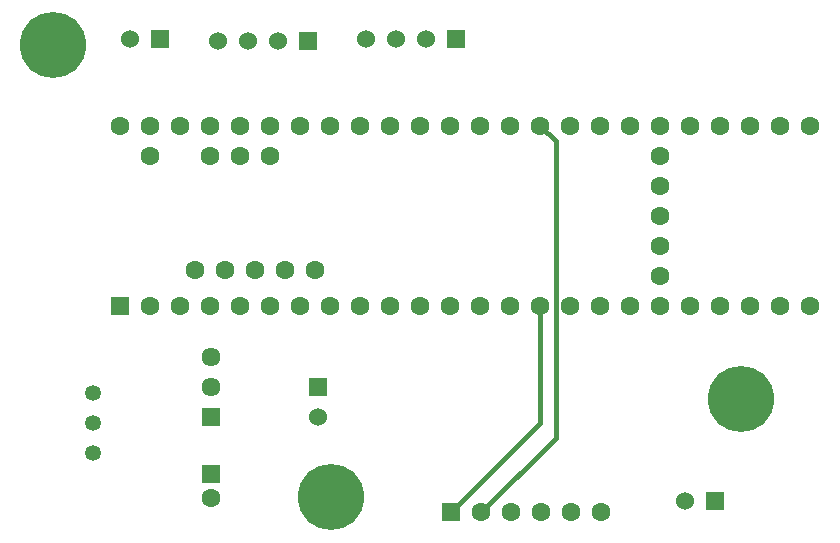
<source format=gbr>
%TF.GenerationSoftware,KiCad,Pcbnew,8.0.2*%
%TF.CreationDate,2024-06-16T16:36:44+02:00*%
%TF.ProjectId,Screen Control,53637265-656e-4204-936f-6e74726f6c2e,rev?*%
%TF.SameCoordinates,Original*%
%TF.FileFunction,Copper,L2,Bot*%
%TF.FilePolarity,Positive*%
%FSLAX46Y46*%
G04 Gerber Fmt 4.6, Leading zero omitted, Abs format (unit mm)*
G04 Created by KiCad (PCBNEW 8.0.2) date 2024-06-16 16:36:44*
%MOMM*%
%LPD*%
G01*
G04 APERTURE LIST*
%TA.AperFunction,ComponentPad*%
%ADD10R,1.610000X1.610000*%
%TD*%
%TA.AperFunction,ComponentPad*%
%ADD11C,1.610000*%
%TD*%
%TA.AperFunction,ComponentPad*%
%ADD12C,5.600000*%
%TD*%
%TA.AperFunction,ComponentPad*%
%ADD13R,1.530000X1.530000*%
%TD*%
%TA.AperFunction,ComponentPad*%
%ADD14C,1.530000*%
%TD*%
%TA.AperFunction,ComponentPad*%
%ADD15C,1.350000*%
%TD*%
%TA.AperFunction,ComponentPad*%
%ADD16R,1.600000X1.600000*%
%TD*%
%TA.AperFunction,ComponentPad*%
%ADD17C,1.600000*%
%TD*%
%TA.AperFunction,Conductor*%
%ADD18C,0.400000*%
%TD*%
G04 APERTURE END LIST*
D10*
%TO.P,J7,1,1*%
%TO.N,+5V*%
X129590800Y-93624400D03*
D11*
%TO.P,J7,2,2*%
%TO.N,GND*%
X129590800Y-91084400D03*
%TO.P,J7,3,3*%
%TO.N,/COM Screen*%
X129590800Y-88544400D03*
%TD*%
D12*
%TO.P,,1*%
%TO.N,N/C*%
X139776200Y-100380800D03*
%TD*%
D13*
%TO.P,J2,1,1*%
%TO.N,GND*%
X138633200Y-91084400D03*
D14*
%TO.P,J2,2,2*%
%TO.N,+12V*%
X138633200Y-93624400D03*
%TD*%
D13*
%TO.P,J4,1,1*%
%TO.N,/LED5*%
X137795000Y-61747400D03*
D14*
%TO.P,J4,2,2*%
%TO.N,/LED6*%
X135255000Y-61747400D03*
%TO.P,J4,3,3*%
%TO.N,/LED7*%
X132715000Y-61747400D03*
%TO.P,J4,4,4*%
%TO.N,/LED8*%
X130175000Y-61747400D03*
%TD*%
D15*
%TO.P,PS1,1,+VIN*%
%TO.N,+12V*%
X119561600Y-96668200D03*
%TO.P,PS1,2,GND*%
%TO.N,GND*%
X119561600Y-94128200D03*
%TO.P,PS1,3,+VOUT*%
%TO.N,+5V*%
X119561600Y-91588200D03*
%TD*%
D12*
%TO.P,,1*%
%TO.N,N/C*%
X174421800Y-92075000D03*
%TD*%
D16*
%TO.P,C1,1*%
%TO.N,GND*%
X129540000Y-98425000D03*
D17*
%TO.P,C1,2*%
%TO.N,+12V*%
X129540000Y-100425000D03*
%TD*%
D13*
%TO.P,J1,1,1*%
%TO.N,/LED1*%
X150317200Y-61645800D03*
D14*
%TO.P,J1,2,2*%
%TO.N,/LED2*%
X147777200Y-61645800D03*
%TO.P,J1,3,3*%
%TO.N,/LED3*%
X145237200Y-61645800D03*
%TO.P,J1,4,4*%
%TO.N,/LED4*%
X142697200Y-61645800D03*
%TD*%
D12*
%TO.P,,1*%
%TO.N,N/C*%
X116205000Y-62153800D03*
%TD*%
D13*
%TO.P,J5,1,1*%
%TO.N,/LED9*%
X125298200Y-61645800D03*
D14*
%TO.P,J5,2,2*%
%TO.N,/LED10*%
X122758200Y-61645800D03*
%TD*%
D13*
%TO.P,J6,1,1*%
%TO.N,/CAN H*%
X172212000Y-100761800D03*
D14*
%TO.P,J6,2,2*%
%TO.N,/CAN L*%
X169672000Y-100761800D03*
%TD*%
D16*
%TO.P,T1,1,3V3*%
%TO.N,Net-(T1-3V3)*%
X149936200Y-101625400D03*
D17*
%TO.P,T1,2,GND*%
%TO.N,Net-(T1-GND)*%
X152476200Y-101625400D03*
%TO.P,T1,3,CTX*%
%TO.N,/CTx*%
X155016200Y-101625400D03*
%TO.P,T1,4,CRX*%
%TO.N,/CRx*%
X157556200Y-101625400D03*
%TO.P,T1,5,CANH*%
%TO.N,/CAN H*%
X160096200Y-101625400D03*
%TO.P,T1,6,CANL*%
%TO.N,/CAN L*%
X162636200Y-101625400D03*
%TD*%
D16*
%TO.P,U1,1,GND*%
%TO.N,GND*%
X121908581Y-84170000D03*
D17*
%TO.P,U1,2,0_RX1_MOSI1_Touch*%
%TO.N,unconnected-(U1-0_RX1_MOSI1_Touch-Pad2)*%
X124448581Y-84170000D03*
%TO.P,U1,3,1_TX1_MISO1_Touch*%
%TO.N,/COM Screen*%
X126988581Y-84170000D03*
%TO.P,U1,4,2_PWM*%
%TO.N,unconnected-(U1-2_PWM-Pad4)*%
X129528581Y-84170000D03*
%TO.P,U1,5,3_PWM_CAN0TX_SCL2*%
%TO.N,/CTx*%
X132068581Y-84170000D03*
%TO.P,U1,6,4_PWM_CAN0RX_SDA2*%
%TO.N,/CRx*%
X134608581Y-84170000D03*
%TO.P,U1,7,5_PWM_TX1_MISO1*%
%TO.N,unconnected-(U1-5_PWM_TX1_MISO1-Pad7)*%
X137148581Y-84170000D03*
%TO.P,U1,8,6_PWM*%
%TO.N,unconnected-(U1-6_PWM-Pad8)*%
X139688581Y-84170000D03*
%TO.P,U1,9,7_RX3_MOSI0_SCL0*%
%TO.N,unconnected-(U1-7_RX3_MOSI0_SCL0-Pad9)*%
X142228581Y-84170000D03*
%TO.P,U1,10,8_TX3_MISO0_SDA0*%
%TO.N,unconnected-(U1-8_TX3_MISO0_SDA0-Pad10)*%
X144768581Y-84170000D03*
%TO.P,U1,11,9_PWM_RX2_CS0*%
%TO.N,unconnected-(U1-9_PWM_RX2_CS0-Pad11)*%
X147308581Y-84170000D03*
%TO.P,U1,12,10_PWM_TX2_CS0*%
%TO.N,unconnected-(U1-10_PWM_TX2_CS0-Pad12)*%
X149848581Y-84170000D03*
%TO.P,U1,13,11_MOSI0*%
%TO.N,unconnected-(U1-11_MOSI0-Pad13)*%
X152388581Y-84170000D03*
%TO.P,U1,14,12_MISO0*%
%TO.N,unconnected-(U1-12_MISO0-Pad14)*%
X154928581Y-84170000D03*
%TO.P,U1,15,3.3V*%
%TO.N,Net-(T1-3V3)*%
X157468581Y-84170000D03*
%TO.P,U1,16,24*%
%TO.N,unconnected-(U1-24-Pad16)*%
X160008581Y-84170000D03*
%TO.P,U1,17,25*%
%TO.N,unconnected-(U1-25-Pad17)*%
X162548581Y-84170000D03*
%TO.P,U1,18,26_TX1_SCL2*%
%TO.N,unconnected-(U1-26_TX1_SCL2-Pad18)*%
X165088581Y-84170000D03*
%TO.P,U1,19,27_RX1_SCK0*%
%TO.N,unconnected-(U1-27_RX1_SCK0-Pad19)*%
X167628581Y-84170000D03*
%TO.P,U1,20,28_MOSI0*%
%TO.N,unconnected-(U1-28_MOSI0-Pad20)*%
X170168581Y-84170000D03*
%TO.P,U1,21,29_PWM_CAN0TX_Touch*%
%TO.N,unconnected-(U1-29_PWM_CAN0TX_Touch-Pad21)*%
X172708581Y-84170000D03*
%TO.P,U1,22,30_PWM_CAN0RX_Touch*%
%TO.N,unconnected-(U1-30_PWM_CAN0RX_Touch-Pad22)*%
X175248581Y-84170000D03*
%TO.P,U1,23,31_A12_RX4_CS1*%
%TO.N,unconnected-(U1-31_A12_RX4_CS1-Pad23)*%
X177788581Y-84170000D03*
%TO.P,U1,24,32_A13_TX4_SCK1*%
%TO.N,unconnected-(U1-32_A13_TX4_SCK1-Pad24)*%
X180328581Y-84170000D03*
%TO.P,U1,25,VBat*%
%TO.N,unconnected-(U1-VBat-Pad25)*%
X167628581Y-81630000D03*
%TO.P,U1,26,3.3V*%
%TO.N,unconnected-(U1-3.3V-Pad26)*%
X167628581Y-79090000D03*
%TO.P,U1,27,GND*%
%TO.N,unconnected-(U1-GND-Pad27)*%
X167628581Y-76550000D03*
%TO.P,U1,28,Program*%
%TO.N,unconnected-(U1-Program-Pad28)*%
X167628581Y-74010000D03*
%TO.P,U1,29,Reset*%
%TO.N,unconnected-(U1-Reset-Pad29)*%
X167628581Y-71470000D03*
%TO.P,U1,30,33_A14_TX5_CAN1TX_SCL0*%
%TO.N,unconnected-(U1-33_A14_TX5_CAN1TX_SCL0-Pad30)*%
X180328581Y-68930000D03*
%TO.P,U1,31,34_A15_RX5_CAN1RX_SDA0*%
%TO.N,unconnected-(U1-34_A15_RX5_CAN1RX_SDA0-Pad31)*%
X177788581Y-68930000D03*
%TO.P,U1,32,35_A16_PWM*%
%TO.N,unconnected-(U1-35_A16_PWM-Pad32)*%
X175248581Y-68930000D03*
%TO.P,U1,33,36_A17_PWM*%
%TO.N,unconnected-(U1-36_A17_PWM-Pad33)*%
X172708581Y-68930000D03*
%TO.P,U1,34,37_A18_PWM_SCL1*%
%TO.N,unconnected-(U1-37_A18_PWM_SCL1-Pad34)*%
X170168581Y-68930000D03*
%TO.P,U1,35,38_A19_PWM_SDA1*%
%TO.N,unconnected-(U1-38_A19_PWM_SDA1-Pad35)*%
X167628581Y-68930000D03*
%TO.P,U1,36,39_A20*%
%TO.N,unconnected-(U1-39_A20-Pad36)*%
X165088581Y-68930000D03*
%TO.P,U1,37,A21_DAC0*%
%TO.N,unconnected-(U1-A21_DAC0-Pad37)*%
X162548581Y-68930000D03*
%TO.P,U1,38,A22_DAC1*%
%TO.N,unconnected-(U1-A22_DAC1-Pad38)*%
X160008581Y-68930000D03*
%TO.P,U1,39,GND*%
%TO.N,Net-(T1-GND)*%
X157468581Y-68930000D03*
%TO.P,U1,40,13_SCK0_LED*%
%TO.N,unconnected-(U1-13_SCK0_LED-Pad40)*%
X154928581Y-68930000D03*
%TO.P,U1,41,14_A0_PWM_SCK0*%
%TO.N,/LED1*%
X152388581Y-68930000D03*
%TO.P,U1,42,15_A1_CS0_Touch*%
%TO.N,/LED2*%
X149848581Y-68930000D03*
%TO.P,U1,43,16_A2_SCL0_Touch*%
%TO.N,/LED3*%
X147308581Y-68930000D03*
%TO.P,U1,44,17_A3_SDA0_Touch*%
%TO.N,/LED4*%
X144768581Y-68930000D03*
%TO.P,U1,45,18_A4_SDA0_Touch*%
%TO.N,/LED5*%
X142228581Y-68930000D03*
%TO.P,U1,46,19_A5_SCL0_Touch*%
%TO.N,/LED6*%
X139688581Y-68930000D03*
%TO.P,U1,47,20_A6_PWM_CS0_SCK1*%
%TO.N,/LED7*%
X137148581Y-68930000D03*
%TO.P,U1,48,21_A7_PWM_CS0_MOSI1*%
%TO.N,/LED8*%
X134608581Y-68930000D03*
%TO.P,U1,49,22_A8_PWM_Touch*%
%TO.N,/LED9*%
X132068581Y-68930000D03*
%TO.P,U1,50,23_A9_PWM_Touch*%
%TO.N,/LED10*%
X129528581Y-68930000D03*
%TO.P,U1,51,3.3V*%
%TO.N,unconnected-(U1-3.3V-Pad51)*%
X126988581Y-68930000D03*
%TO.P,U1,52,AGND*%
%TO.N,unconnected-(U1-AGND-Pad52)*%
X124448581Y-68930000D03*
%TO.P,U1,53,Vin*%
%TO.N,+5V*%
X121908581Y-68930000D03*
%TO.P,U1,54,VUSB*%
%TO.N,unconnected-(U1-VUSB-Pad54)*%
X124448581Y-71470000D03*
%TO.P,U1,55,AREF*%
%TO.N,unconnected-(U1-AREF-Pad55)*%
X129528581Y-71470000D03*
%TO.P,U1,56,A10*%
%TO.N,unconnected-(U1-A10-Pad56)*%
X132068581Y-71470000D03*
%TO.P,U1,57,A11*%
%TO.N,unconnected-(U1-A11-Pad57)*%
X134608581Y-71470000D03*
%TO.P,U1,58,not_used*%
%TO.N,unconnected-(U1-not_used-Pad58)*%
X128258581Y-81170000D03*
%TO.P,U1,59,A26_D-*%
%TO.N,unconnected-(U1-A26_D--Pad59)*%
X130798581Y-81170000D03*
%TO.P,U1,60,A25_D+*%
%TO.N,unconnected-(U1-A25_D+-Pad60)*%
X133338581Y-81170000D03*
%TO.P,U1,61,GND*%
%TO.N,unconnected-(U1-GND-Pad61)*%
X135878581Y-81170000D03*
%TO.P,U1,62,GND*%
%TO.N,unconnected-(U1-GND-Pad62)*%
X138418581Y-81170000D03*
%TD*%
D18*
%TO.N,Net-(T1-3V3)*%
X157468581Y-94093019D02*
X149936200Y-101625400D01*
X157468581Y-84170000D02*
X157468581Y-94093019D01*
%TO.N,Net-(T1-GND)*%
X158750000Y-95351600D02*
X152476200Y-101625400D01*
X158750000Y-70211419D02*
X158750000Y-95351600D01*
X157468581Y-68930000D02*
X158750000Y-70211419D01*
%TD*%
M02*

</source>
